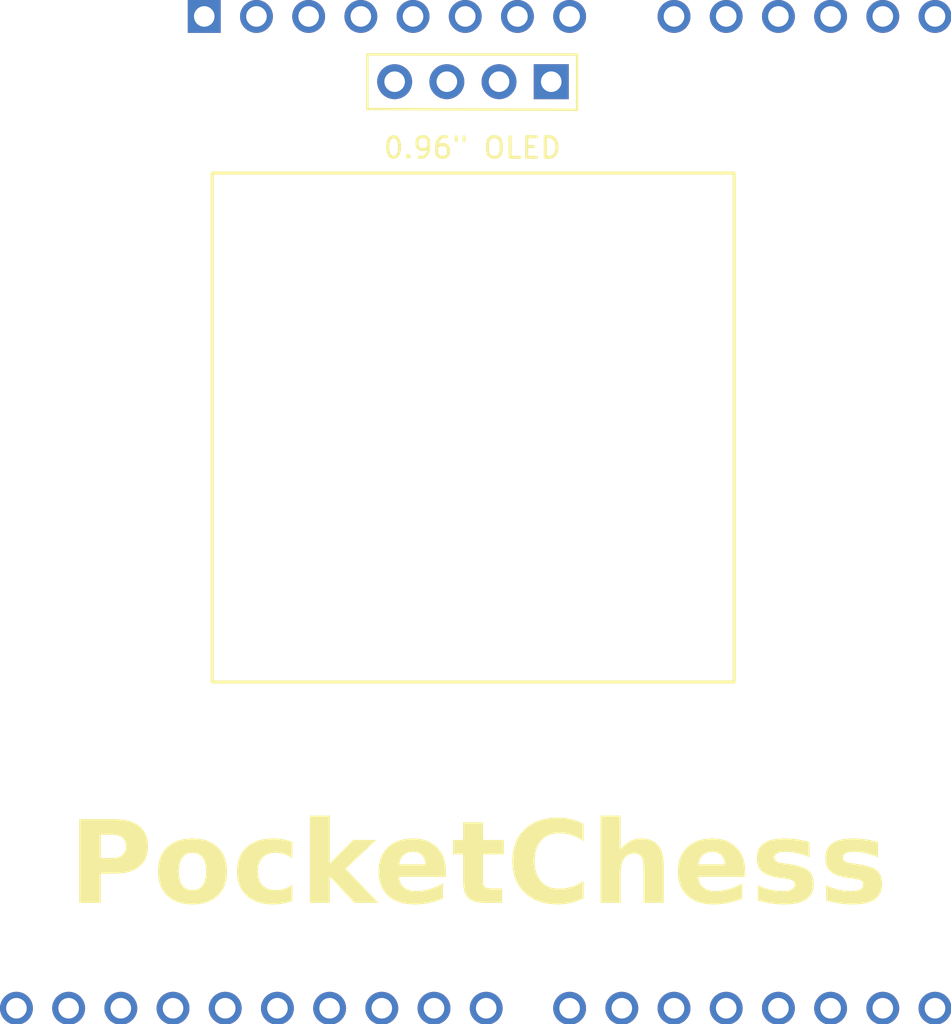
<source format=kicad_pcb>
(kicad_pcb (version 20221018) (generator pcbnew)
  (layers (0 "F.Cu" signal) (31 "B.Cu" signal) (34 "B.Paste" user) (35 "F.Paste" user) (36 "B.SilkS" user "B.Silkscreen") (37 "F.SilkS" user "F.Silkscreen") (38 "B.Mask" user) (39 "F.Mask" user) (44 "Edge.Cuts" user))
  (net 0 "")
  (footprint "Connector_PinHeader_2.54mm:PinHeader_1x04_P2.54mm_Vertical" (layer "F.Cu") (at 166.995 85.725 -90)
    (fp_text reference "REF**" hide)
    (fp_text value "PinHeader_1x04_P2.54mm_Vertical" hide)
    (fp_line (start -1.33 8.95) (end 1.33 8.95) (stroke (width 0.12)) (layer "F.SilkS"))
    (fp_line (start -1.32 -1.26) (end -1.33 8.95) (stroke (width 0.12)) (layer "F.SilkS"))
    (fp_line (start -1.32 -1.26) (end 1.37 -1.26) (stroke (width 0.12)) (layer "F.SilkS"))
    (fp_line (start 1.37 -1.26) (end 1.33 8.95) (stroke (width 0.12)) (layer "F.SilkS"))
    (pad "1" thru_hole rect (at 0 0 270) (size 1.7 1.7) (drill 1) (layers "*.Cu" "*.Mask"))
    (pad "2" thru_hole oval (at 0 2.54 270) (size 1.7 1.7) (drill 1) (layers "*.Cu" "*.Mask"))
    (pad "3" thru_hole oval (at 0 5.08 270) (size 1.7 1.7) (drill 1) (layers "*.Cu" "*.Mask"))
    (pad "4" thru_hole oval (at 0 7.62 270) (size 1.7 1.7) (drill 1) (layers "*.Cu" "*.Mask"))
  )
  (footprint "clipboard:a181be7e-dd66-4740-a28b-65c4fadf1ba9" (layer "F.Cu") (at 165.35 82.55)
    (fp_text reference "" (at 0 0) (layer "F.SilkS") (effects (font (size 1.27 1.27))))
    (fp_text value "" (at 0 0) (layer "F.SilkS") (effects (font (size 1.27 1.27))))
    (pad "1" thru_hole rect (at -15.24 0 90) (size 1.6 1.6) (drill 1) (layers "*.Cu" "*.Mask"))
    (pad "2" thru_hole oval (at -12.7 0 90) (size 1.6 1.6) (drill 1) (layers "*.Cu" "*.Mask"))
    (pad "3" thru_hole oval (at -10.16 0 90) (size 1.6 1.6) (drill 1) (layers "*.Cu" "*.Mask"))
    (pad "4" thru_hole oval (at -7.62 0 90) (size 1.6 1.6) (drill 1) (layers "*.Cu" "*.Mask"))
    (pad "5" thru_hole oval (at -5.08 0 90) (size 1.6 1.6) (drill 1) (layers "*.Cu" "*.Mask"))
    (pad "6" thru_hole oval (at -2.54 0 90) (size 1.6 1.6) (drill 1) (layers "*.Cu" "*.Mask"))
    (pad "7" thru_hole oval (at 0 0 90) (size 1.6 1.6) (drill 1) (layers "*.Cu" "*.Mask"))
    (pad "8" thru_hole oval (at 2.54 0 90) (size 1.6 1.6) (drill 1) (layers "*.Cu" "*.Mask"))
    (pad "9" thru_hole oval (at 7.62 0 90) (size 1.6 1.6) (drill 1) (layers "*.Cu" "*.Mask"))
    (pad "10" thru_hole oval (at 10.16 0 90) (size 1.6 1.6) (drill 1) (layers "*.Cu" "*.Mask"))
    (pad "11" thru_hole oval (at 12.7 0 90) (size 1.6 1.6) (drill 1) (layers "*.Cu" "*.Mask"))
    (pad "12" thru_hole oval (at 15.24 0 90) (size 1.6 1.6) (drill 1) (layers "*.Cu" "*.Mask"))
    (pad "13" thru_hole oval (at 17.78 0 90) (size 1.6 1.6) (drill 1) (layers "*.Cu" "*.Mask"))
    (pad "14" thru_hole oval (at 20.32 0 90) (size 1.6 1.6) (drill 1) (layers "*.Cu" "*.Mask"))
    (pad "15" thru_hole oval (at 20.32 48.26 90) (size 1.6 1.6) (drill 1) (layers "*.Cu" "*.Mask"))
    (pad "16" thru_hole oval (at 17.78 48.26 90) (size 1.6 1.6) (drill 1) (layers "*.Cu" "*.Mask"))
    (pad "17" thru_hole oval (at 15.24 48.26 90) (size 1.6 1.6) (drill 1) (layers "*.Cu" "*.Mask"))
    (pad "18" thru_hole oval (at 12.7 48.26 90) (size 1.6 1.6) (drill 1) (layers "*.Cu" "*.Mask"))
    (pad "19" thru_hole oval (at 10.16 48.26 90) (size 1.6 1.6) (drill 1) (layers "*.Cu" "*.Mask"))
    (pad "20" thru_hole oval (at 7.62 48.26 90) (size 1.6 1.6) (drill 1) (layers "*.Cu" "*.Mask"))
    (pad "21" thru_hole oval (at 5.08 48.26 90) (size 1.6 1.6) (drill 1) (layers "*.Cu" "*.Mask"))
    (pad "22" thru_hole oval (at 2.54 48.26 90) (size 1.6 1.6) (drill 1) (layers "*.Cu" "*.Mask"))
    (pad "23" thru_hole oval (at -1.52 48.26 90) (size 1.6 1.6) (drill 1) (layers "*.Cu" "*.Mask"))
    (pad "24" thru_hole oval (at -4.06 48.26 90) (size 1.6 1.6) (drill 1) (layers "*.Cu" "*.Mask"))
    (pad "25" thru_hole oval (at -6.6 48.26 90) (size 1.6 1.6) (drill 1) (layers "*.Cu" "*.Mask"))
    (pad "26" thru_hole oval (at -9.14 48.26 90) (size 1.6 1.6) (drill 1) (layers "*.Cu" "*.Mask"))
    (pad "27" thru_hole oval (at -11.68 48.26 90) (size 1.6 1.6) (drill 1) (layers "*.Cu" "*.Mask"))
    (pad "28" thru_hole oval (at -14.22 48.26 90) (size 1.6 1.6) (drill 1) (layers "*.Cu" "*.Mask"))
    (pad "29" thru_hole oval (at -16.76 48.26 90) (size 1.6 1.6) (drill 1) (layers "*.Cu" "*.Mask"))
    (pad "30" thru_hole oval (at -19.3 48.26 90) (size 1.6 1.6) (drill 1) (layers "*.Cu" "*.Mask"))
    (pad "31" thru_hole oval (at -21.84 48.26 90) (size 1.6 1.6) (drill 1) (layers "*.Cu" "*.Mask"))
    (pad "32" thru_hole oval (at -24.38 48.26 90) (size 1.6 1.6) (drill 1) (layers "*.Cu" "*.Mask"))
  )
  (gr_line (start 175.895 114.935) (end 175.895 90.17) (stroke (width 0.15)) (layer "F.SilkS"))
  (gr_line (start 175.895 90.17) (end 150.495 90.17) (stroke (width 0.15)) (layer "F.SilkS"))
  (gr_line (start 150.495 90.17) (end 150.495 114.935) (stroke (width 0.15)) (layer "F.SilkS"))
  (gr_line (start 150.495 114.935) (end 175.895 114.935) (stroke (width 0.15)) (layer "F.SilkS"))
  (gr_text "PocketChess" (at 143.51 126.365) (layer "F.SilkS") (effects (font (size 4 4) (thickness 0.3) bold) (justify left bottom)))
  (gr_text "0.96{dblquote} OLED" (at 158.75 89.535) (layer "F.SilkS") (effects (font (size 1 1)) (justify left bottom)))
)
</source>
